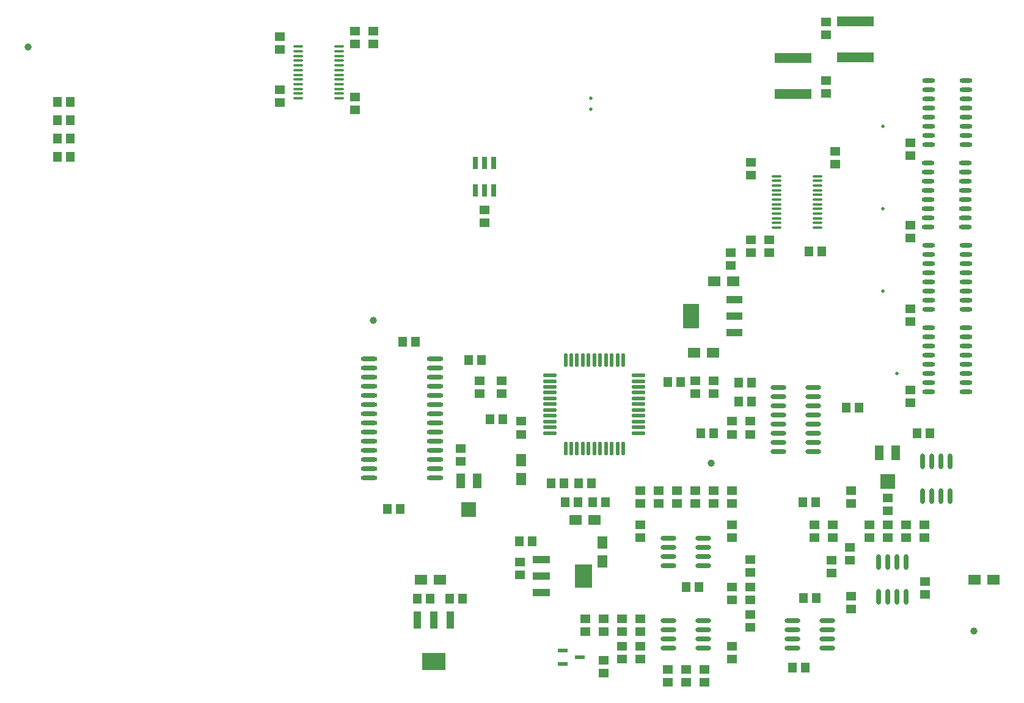
<source format=gtp>
G04 Layer_Color=8421504*
%FSLAX25Y25*%
%MOIN*%
G70*
G01*
G75*
%ADD10C,0.03937*%
%ADD11R,0.05118X0.07874*%
%ADD12R,0.07874X0.07874*%
%ADD13R,0.20472X0.05512*%
%ADD14R,0.05787X0.04567*%
%ADD15R,0.07087X0.05315*%
%ADD16O,0.02362X0.08661*%
%ADD17R,0.04567X0.05787*%
%ADD18O,0.08661X0.02362*%
%ADD19R,0.05709X0.02362*%
%ADD20R,0.03937X0.09449*%
%ADD21R,0.12992X0.09449*%
%ADD22R,0.05315X0.07087*%
%ADD23R,0.08661X0.03937*%
%ADD24R,0.08661X0.13780*%
%ADD25O,0.07087X0.02362*%
%ADD26O,0.05905X0.01378*%
%ADD27O,0.09055X0.02362*%
%ADD28O,0.02165X0.07677*%
%ADD29O,0.07677X0.02165*%
%ADD30R,0.02559X0.07087*%
%ADD31C,0.02000*%
%ADD32R,0.09449X0.03937*%
%ADD33R,0.09449X0.12992*%
D10*
X556500Y41900D02*
D03*
X413200Y133400D02*
D03*
X228900Y211700D02*
D03*
X40500Y360800D02*
D03*
D11*
X504972Y139374D02*
D03*
X514028D02*
D03*
X276445Y124000D02*
D03*
X285500D02*
D03*
D12*
X509500Y123626D02*
D03*
X280972Y108252D02*
D03*
D13*
X492000Y374843D02*
D03*
Y355157D02*
D03*
X458000Y354842D02*
D03*
Y335157D02*
D03*
D14*
X476000Y374504D02*
D03*
Y367496D02*
D03*
X529500Y100000D02*
D03*
Y92992D02*
D03*
X509500Y107496D02*
D03*
Y114504D02*
D03*
X519500Y92992D02*
D03*
Y100000D02*
D03*
X509500Y92992D02*
D03*
Y100000D02*
D03*
X499500Y92992D02*
D03*
Y100000D02*
D03*
X479500Y92992D02*
D03*
Y100000D02*
D03*
X469500Y92992D02*
D03*
Y100000D02*
D03*
X489000Y80496D02*
D03*
Y87504D02*
D03*
X479000Y73496D02*
D03*
Y80504D02*
D03*
X434500Y58996D02*
D03*
Y66004D02*
D03*
Y51004D02*
D03*
Y43996D02*
D03*
X424500Y33504D02*
D03*
Y26496D02*
D03*
X389500Y13996D02*
D03*
Y21004D02*
D03*
X399500Y13996D02*
D03*
Y21004D02*
D03*
X409500Y13996D02*
D03*
Y21004D02*
D03*
X374500Y26496D02*
D03*
Y33504D02*
D03*
X364500D02*
D03*
Y26496D02*
D03*
X354500Y26004D02*
D03*
Y18996D02*
D03*
X287000Y171496D02*
D03*
Y178504D02*
D03*
X298890Y171496D02*
D03*
Y178504D02*
D03*
X374500Y118504D02*
D03*
Y111496D02*
D03*
X384500D02*
D03*
Y118504D02*
D03*
X394500Y111496D02*
D03*
Y118504D02*
D03*
X404500Y111496D02*
D03*
Y118504D02*
D03*
X414500D02*
D03*
Y111496D02*
D03*
X424500Y111496D02*
D03*
Y118504D02*
D03*
Y92992D02*
D03*
Y100000D02*
D03*
X374500Y100000D02*
D03*
Y92992D02*
D03*
X414500Y171496D02*
D03*
Y178504D02*
D03*
X404500Y171496D02*
D03*
Y178504D02*
D03*
X434500Y149390D02*
D03*
Y156398D02*
D03*
X424500Y149390D02*
D03*
Y156398D02*
D03*
X522000Y173504D02*
D03*
Y166496D02*
D03*
X435000Y255504D02*
D03*
Y248496D02*
D03*
X424000Y241496D02*
D03*
Y248504D02*
D03*
X229000Y362496D02*
D03*
Y369504D02*
D03*
X219000Y362496D02*
D03*
Y369504D02*
D03*
Y333504D02*
D03*
Y326496D02*
D03*
X424500Y58996D02*
D03*
Y66004D02*
D03*
X489500Y53996D02*
D03*
Y61004D02*
D03*
X530000Y69000D02*
D03*
Y61992D02*
D03*
X476000Y342504D02*
D03*
Y335496D02*
D03*
X178000Y366504D02*
D03*
Y359496D02*
D03*
X445000Y255504D02*
D03*
Y248496D02*
D03*
X309500Y149390D02*
D03*
Y156398D02*
D03*
X481000Y297000D02*
D03*
Y304008D02*
D03*
X435000Y298008D02*
D03*
Y291000D02*
D03*
X489500Y118504D02*
D03*
Y111496D02*
D03*
X434500Y73996D02*
D03*
Y81004D02*
D03*
X276500Y141504D02*
D03*
Y134496D02*
D03*
X289500Y272004D02*
D03*
Y264996D02*
D03*
X344500Y41496D02*
D03*
Y48504D02*
D03*
X354500D02*
D03*
Y41496D02*
D03*
X364500D02*
D03*
Y48504D02*
D03*
X374500Y41496D02*
D03*
Y48504D02*
D03*
X178000Y330496D02*
D03*
Y337504D02*
D03*
X522000Y308504D02*
D03*
Y301496D02*
D03*
Y263504D02*
D03*
Y256496D02*
D03*
Y218008D02*
D03*
Y211000D02*
D03*
X309000Y72496D02*
D03*
Y79504D02*
D03*
D15*
X567158Y70000D02*
D03*
X556843D02*
D03*
X349658Y102500D02*
D03*
X339342D02*
D03*
X414843Y233000D02*
D03*
X425157D02*
D03*
X254842Y70000D02*
D03*
X265158D02*
D03*
X414157Y194000D02*
D03*
X403842D02*
D03*
D16*
X528500Y115551D02*
D03*
X533500D02*
D03*
X538500D02*
D03*
X543500D02*
D03*
X528500Y134449D02*
D03*
X533500D02*
D03*
X538500D02*
D03*
X543500D02*
D03*
X504500Y60551D02*
D03*
X509500D02*
D03*
X514500D02*
D03*
X519500D02*
D03*
X504500Y79449D02*
D03*
X509500D02*
D03*
X514500D02*
D03*
X519500D02*
D03*
D17*
X457496Y22000D02*
D03*
X464504D02*
D03*
X277504Y59606D02*
D03*
X270496D02*
D03*
X260000D02*
D03*
X252992D02*
D03*
X280996Y190000D02*
D03*
X288004D02*
D03*
X292492Y157500D02*
D03*
X299500D02*
D03*
X355504Y112106D02*
D03*
X348496D02*
D03*
X333496Y112106D02*
D03*
X340504D02*
D03*
X389496Y178000D02*
D03*
X396504D02*
D03*
X428102Y167106D02*
D03*
X435110D02*
D03*
X435110Y177500D02*
D03*
X428102D02*
D03*
X473504Y249106D02*
D03*
X466496D02*
D03*
X63504Y301000D02*
D03*
X56496D02*
D03*
Y311000D02*
D03*
X63504D02*
D03*
Y331000D02*
D03*
X56496D02*
D03*
X63504Y321000D02*
D03*
X56496D02*
D03*
X487000Y164000D02*
D03*
X494008D02*
D03*
X532508Y150000D02*
D03*
X525500D02*
D03*
X348004Y122500D02*
D03*
X340996D02*
D03*
X236496Y108583D02*
D03*
X243504D02*
D03*
X252000Y200000D02*
D03*
X244992D02*
D03*
X308496Y91000D02*
D03*
X315504D02*
D03*
X470110Y112106D02*
D03*
X463102D02*
D03*
X414500Y150000D02*
D03*
X407492D02*
D03*
X325996Y122500D02*
D03*
X333004D02*
D03*
X470504Y60000D02*
D03*
X463496D02*
D03*
X399496Y66000D02*
D03*
X406504D02*
D03*
D18*
X476449Y32500D02*
D03*
Y37500D02*
D03*
Y42500D02*
D03*
Y47500D02*
D03*
X457551Y32500D02*
D03*
Y37500D02*
D03*
Y42500D02*
D03*
Y47500D02*
D03*
X408949Y32500D02*
D03*
Y37500D02*
D03*
Y42500D02*
D03*
Y47500D02*
D03*
X390051Y32500D02*
D03*
Y37500D02*
D03*
Y42500D02*
D03*
Y47500D02*
D03*
X450051Y175000D02*
D03*
Y170000D02*
D03*
Y165000D02*
D03*
Y160000D02*
D03*
Y155000D02*
D03*
Y150000D02*
D03*
Y145000D02*
D03*
Y140000D02*
D03*
X468949Y175000D02*
D03*
Y170000D02*
D03*
Y165000D02*
D03*
Y160000D02*
D03*
Y155000D02*
D03*
Y150000D02*
D03*
Y145000D02*
D03*
Y140000D02*
D03*
X408949Y77500D02*
D03*
Y82500D02*
D03*
Y87500D02*
D03*
X390051Y77500D02*
D03*
Y82500D02*
D03*
Y87500D02*
D03*
X408949Y92500D02*
D03*
X390051D02*
D03*
D19*
X341626Y27500D02*
D03*
X332374Y23760D02*
D03*
Y31240D02*
D03*
D20*
X271055Y48000D02*
D03*
X262000D02*
D03*
X252945D02*
D03*
D21*
X262000Y25165D02*
D03*
D22*
X309500Y135158D02*
D03*
Y124843D02*
D03*
X354000Y90158D02*
D03*
Y79843D02*
D03*
D23*
X425811Y204945D02*
D03*
Y214000D02*
D03*
Y223055D02*
D03*
D24*
X402189Y214000D02*
D03*
D25*
X552236Y172500D02*
D03*
Y177500D02*
D03*
Y182500D02*
D03*
Y187500D02*
D03*
Y192500D02*
D03*
Y197500D02*
D03*
Y202500D02*
D03*
Y207500D02*
D03*
X531764Y172500D02*
D03*
Y177500D02*
D03*
Y182500D02*
D03*
Y187500D02*
D03*
Y192500D02*
D03*
Y197500D02*
D03*
Y202500D02*
D03*
Y207500D02*
D03*
X552236Y217500D02*
D03*
Y222500D02*
D03*
Y227500D02*
D03*
Y232500D02*
D03*
Y237500D02*
D03*
Y242500D02*
D03*
Y247500D02*
D03*
Y252500D02*
D03*
X531764Y217500D02*
D03*
Y222500D02*
D03*
Y227500D02*
D03*
Y232500D02*
D03*
Y237500D02*
D03*
Y242500D02*
D03*
Y247500D02*
D03*
Y252500D02*
D03*
X552000Y262500D02*
D03*
Y267500D02*
D03*
Y272500D02*
D03*
Y277500D02*
D03*
Y282500D02*
D03*
Y287500D02*
D03*
Y292500D02*
D03*
Y297500D02*
D03*
X531528Y262500D02*
D03*
Y267500D02*
D03*
Y272500D02*
D03*
Y277500D02*
D03*
Y282500D02*
D03*
Y287500D02*
D03*
Y292500D02*
D03*
Y297500D02*
D03*
X552236Y307500D02*
D03*
Y312500D02*
D03*
Y317500D02*
D03*
Y322500D02*
D03*
Y327500D02*
D03*
Y332500D02*
D03*
Y337500D02*
D03*
Y342500D02*
D03*
X531764Y307500D02*
D03*
Y312500D02*
D03*
Y317500D02*
D03*
Y322500D02*
D03*
Y327500D02*
D03*
Y332500D02*
D03*
Y337500D02*
D03*
Y342500D02*
D03*
D26*
X187779Y361075D02*
D03*
Y358516D02*
D03*
Y355957D02*
D03*
Y353398D02*
D03*
Y350839D02*
D03*
Y348280D02*
D03*
Y345721D02*
D03*
Y343161D02*
D03*
Y340602D02*
D03*
Y338043D02*
D03*
Y335484D02*
D03*
Y332925D02*
D03*
X210221Y361075D02*
D03*
Y358516D02*
D03*
Y355957D02*
D03*
Y353398D02*
D03*
Y350839D02*
D03*
Y348280D02*
D03*
Y345721D02*
D03*
Y343161D02*
D03*
Y340602D02*
D03*
Y338043D02*
D03*
Y335484D02*
D03*
Y332925D02*
D03*
X471320Y262225D02*
D03*
Y264784D02*
D03*
Y267343D02*
D03*
Y269902D02*
D03*
Y272461D02*
D03*
Y275021D02*
D03*
Y277579D02*
D03*
Y280139D02*
D03*
Y282698D02*
D03*
Y285257D02*
D03*
Y287816D02*
D03*
Y290375D02*
D03*
X448879Y262225D02*
D03*
Y264784D02*
D03*
Y267343D02*
D03*
Y269902D02*
D03*
Y272461D02*
D03*
Y275021D02*
D03*
Y277579D02*
D03*
Y280139D02*
D03*
Y282698D02*
D03*
Y285257D02*
D03*
Y287816D02*
D03*
Y290375D02*
D03*
D27*
X226587Y190571D02*
D03*
Y185571D02*
D03*
Y180571D02*
D03*
Y175571D02*
D03*
Y170571D02*
D03*
Y165571D02*
D03*
Y160571D02*
D03*
Y155571D02*
D03*
Y150571D02*
D03*
Y145571D02*
D03*
Y140571D02*
D03*
Y135571D02*
D03*
Y130571D02*
D03*
Y125571D02*
D03*
X262413Y190571D02*
D03*
Y185571D02*
D03*
Y180571D02*
D03*
Y175571D02*
D03*
X262413Y170571D02*
D03*
X262413Y165571D02*
D03*
Y160571D02*
D03*
Y155571D02*
D03*
Y150571D02*
D03*
X262413Y145571D02*
D03*
X262413Y140571D02*
D03*
Y135571D02*
D03*
Y130571D02*
D03*
Y125571D02*
D03*
D28*
X365248Y141555D02*
D03*
X362098Y141555D02*
D03*
X358949D02*
D03*
X355799D02*
D03*
X352650Y141555D02*
D03*
X349500D02*
D03*
X346350Y141555D02*
D03*
X343201D02*
D03*
X340051D02*
D03*
X336902D02*
D03*
X333752Y141555D02*
D03*
Y189980D02*
D03*
X336902Y189980D02*
D03*
X340051D02*
D03*
X343201D02*
D03*
X346350D02*
D03*
X349500Y189980D02*
D03*
X352650D02*
D03*
X355799Y189980D02*
D03*
X358949D02*
D03*
X362098D02*
D03*
X365248Y189980D02*
D03*
D29*
X325287Y150020D02*
D03*
X325287Y153169D02*
D03*
Y156319D02*
D03*
Y159468D02*
D03*
X325287Y162618D02*
D03*
Y165768D02*
D03*
X325287Y168917D02*
D03*
Y172067D02*
D03*
Y175216D02*
D03*
Y178366D02*
D03*
X325287Y181516D02*
D03*
X373713D02*
D03*
X373713Y178366D02*
D03*
Y175216D02*
D03*
Y172067D02*
D03*
Y168917D02*
D03*
X373713Y165768D02*
D03*
Y162618D02*
D03*
X373713Y159468D02*
D03*
Y156319D02*
D03*
Y153169D02*
D03*
X373713Y150020D02*
D03*
D30*
X294500Y297480D02*
D03*
X289500D02*
D03*
X284500D02*
D03*
X294500Y282520D02*
D03*
X289500D02*
D03*
X284500D02*
D03*
D31*
X507000Y317500D02*
D03*
Y272500D02*
D03*
Y227500D02*
D03*
X514500Y182500D02*
D03*
X347500Y333000D02*
D03*
Y327000D02*
D03*
D32*
X320583Y81055D02*
D03*
Y72000D02*
D03*
Y62945D02*
D03*
D33*
X343417Y72000D02*
D03*
M02*

</source>
